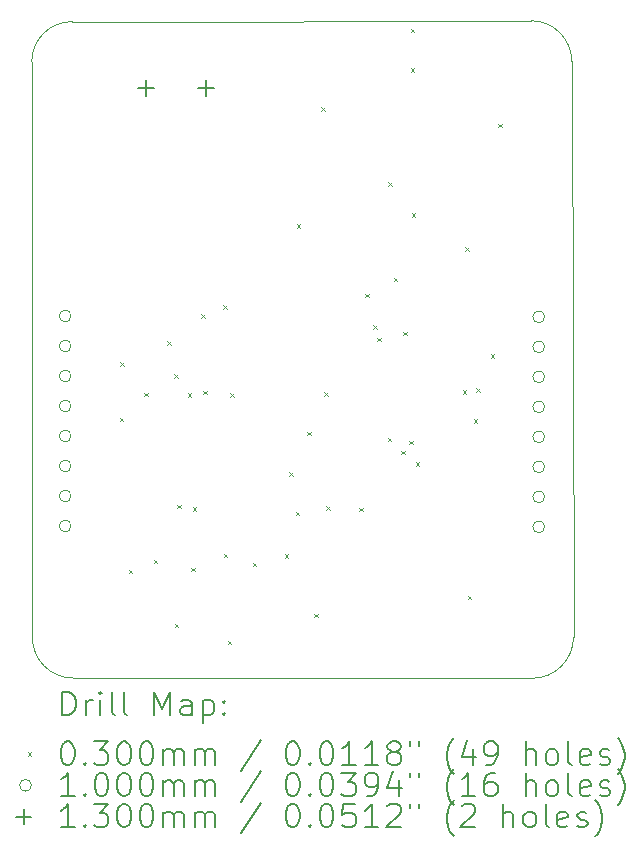
<source format=gbr>
%TF.GenerationSoftware,KiCad,Pcbnew,9.0.5*%
%TF.CreationDate,2025-12-11T22:34:33+05:30*%
%TF.ProjectId,GPS_with_STM32,4750535f-7769-4746-985f-53544d33322e,rev?*%
%TF.SameCoordinates,Original*%
%TF.FileFunction,Drillmap*%
%TF.FilePolarity,Positive*%
%FSLAX45Y45*%
G04 Gerber Fmt 4.5, Leading zero omitted, Abs format (unit mm)*
G04 Created by KiCad (PCBNEW 9.0.5) date 2025-12-11 22:34:33*
%MOMM*%
%LPD*%
G01*
G04 APERTURE LIST*
%ADD10C,0.050000*%
%ADD11C,0.200000*%
%ADD12C,0.100000*%
%ADD13C,0.130000*%
G04 APERTURE END LIST*
D10*
X9960000Y-8723245D02*
G75*
G02*
X9610000Y-9073245I-350000J0D01*
G01*
X5720070Y-9069991D02*
G75*
G02*
X5377500Y-8725000I2430J344991D01*
G01*
X9945000Y-3850000D02*
X9960000Y-8723240D01*
X5372500Y-3855000D02*
G75*
G02*
X5715000Y-3512500I342500J0D01*
G01*
X5715000Y-3512500D02*
X9600000Y-3505000D01*
X9610000Y-9073245D02*
X5720070Y-9069991D01*
X5377500Y-8725000D02*
X5372500Y-3855000D01*
X9600000Y-3505000D02*
G75*
G02*
X9945000Y-3850000I0J-345000D01*
G01*
D11*
D12*
X6117500Y-6867500D02*
X6147500Y-6897500D01*
X6147500Y-6867500D02*
X6117500Y-6897500D01*
X6120000Y-6395000D02*
X6150000Y-6425000D01*
X6150000Y-6395000D02*
X6120000Y-6425000D01*
X6195000Y-8152500D02*
X6225000Y-8182500D01*
X6225000Y-8152500D02*
X6195000Y-8182500D01*
X6325000Y-6655000D02*
X6355000Y-6685000D01*
X6355000Y-6655000D02*
X6325000Y-6685000D01*
X6407500Y-8067500D02*
X6437500Y-8097500D01*
X6437500Y-8067500D02*
X6407500Y-8097500D01*
X6520000Y-6220000D02*
X6550000Y-6250000D01*
X6550000Y-6220000D02*
X6520000Y-6250000D01*
X6577500Y-6497500D02*
X6607500Y-6527500D01*
X6607500Y-6497500D02*
X6577500Y-6527500D01*
X6585000Y-8612500D02*
X6615000Y-8642500D01*
X6615000Y-8612500D02*
X6585000Y-8642500D01*
X6603967Y-7604497D02*
X6633967Y-7634497D01*
X6633967Y-7604497D02*
X6603967Y-7634497D01*
X6695000Y-6660000D02*
X6725000Y-6690000D01*
X6725000Y-6660000D02*
X6695000Y-6690000D01*
X6721250Y-8136250D02*
X6751250Y-8166250D01*
X6751250Y-8136250D02*
X6721250Y-8166250D01*
X6735000Y-7622500D02*
X6765000Y-7652500D01*
X6765000Y-7622500D02*
X6735000Y-7652500D01*
X6809664Y-5990336D02*
X6839664Y-6020336D01*
X6839664Y-5990336D02*
X6809664Y-6020336D01*
X6825000Y-6637500D02*
X6855000Y-6667500D01*
X6855000Y-6637500D02*
X6825000Y-6667500D01*
X6995000Y-5912500D02*
X7025000Y-5942500D01*
X7025000Y-5912500D02*
X6995000Y-5942500D01*
X6997500Y-8018825D02*
X7027500Y-8048825D01*
X7027500Y-8018825D02*
X6997500Y-8048825D01*
X7032500Y-8755000D02*
X7062500Y-8785000D01*
X7062500Y-8755000D02*
X7032500Y-8785000D01*
X7052500Y-6657500D02*
X7082500Y-6687500D01*
X7082500Y-6657500D02*
X7052500Y-6687500D01*
X7243549Y-8096022D02*
X7273549Y-8126022D01*
X7273549Y-8096022D02*
X7243549Y-8126022D01*
X7515000Y-8022500D02*
X7545000Y-8052500D01*
X7545000Y-8022500D02*
X7515000Y-8052500D01*
X7551592Y-7330000D02*
X7581592Y-7360000D01*
X7581592Y-7330000D02*
X7551592Y-7360000D01*
X7608750Y-7663750D02*
X7638750Y-7693750D01*
X7638750Y-7663750D02*
X7608750Y-7693750D01*
X7617500Y-5230000D02*
X7647500Y-5260000D01*
X7647500Y-5230000D02*
X7617500Y-5260000D01*
X7704838Y-6984580D02*
X7734838Y-7014580D01*
X7734838Y-6984580D02*
X7704838Y-7014580D01*
X7762500Y-8527500D02*
X7792500Y-8557500D01*
X7792500Y-8527500D02*
X7762500Y-8557500D01*
X7825000Y-4237603D02*
X7855000Y-4267603D01*
X7855000Y-4237603D02*
X7825000Y-4267603D01*
X7847500Y-6650000D02*
X7877500Y-6680000D01*
X7877500Y-6650000D02*
X7847500Y-6680000D01*
X7867500Y-7617500D02*
X7897500Y-7647500D01*
X7897500Y-7617500D02*
X7867500Y-7647500D01*
X8147500Y-7627500D02*
X8177500Y-7657500D01*
X8177500Y-7627500D02*
X8147500Y-7657500D01*
X8197500Y-5817500D02*
X8227500Y-5847500D01*
X8227500Y-5817500D02*
X8197500Y-5847500D01*
X8265000Y-6082500D02*
X8295000Y-6112500D01*
X8295000Y-6082500D02*
X8265000Y-6112500D01*
X8298750Y-6188750D02*
X8328750Y-6218750D01*
X8328750Y-6188750D02*
X8298750Y-6218750D01*
X8387500Y-7035000D02*
X8417500Y-7065000D01*
X8417500Y-7035000D02*
X8387500Y-7065000D01*
X8392500Y-4872500D02*
X8422500Y-4902500D01*
X8422500Y-4872500D02*
X8392500Y-4902500D01*
X8437500Y-5680000D02*
X8467500Y-5710000D01*
X8467500Y-5680000D02*
X8437500Y-5710000D01*
X8500000Y-7145000D02*
X8530000Y-7175000D01*
X8530000Y-7145000D02*
X8500000Y-7175000D01*
X8520000Y-6137500D02*
X8550000Y-6167500D01*
X8550000Y-6137500D02*
X8520000Y-6167500D01*
X8567500Y-7062500D02*
X8597500Y-7092500D01*
X8597500Y-7062500D02*
X8567500Y-7092500D01*
X8580000Y-3907500D02*
X8610000Y-3937500D01*
X8610000Y-3907500D02*
X8580000Y-3937500D01*
X8580004Y-3571940D02*
X8610004Y-3601940D01*
X8610004Y-3571940D02*
X8580004Y-3601940D01*
X8590000Y-5135000D02*
X8620000Y-5165000D01*
X8620000Y-5135000D02*
X8590000Y-5165000D01*
X8625000Y-7245000D02*
X8655000Y-7275000D01*
X8655000Y-7245000D02*
X8625000Y-7275000D01*
X9022500Y-6632500D02*
X9052500Y-6662500D01*
X9052500Y-6632500D02*
X9022500Y-6662500D01*
X9041034Y-5424989D02*
X9071034Y-5454989D01*
X9071034Y-5424989D02*
X9041034Y-5454989D01*
X9062560Y-8375119D02*
X9092560Y-8405119D01*
X9092560Y-8375119D02*
X9062560Y-8405119D01*
X9115000Y-6877500D02*
X9145000Y-6907500D01*
X9145000Y-6877500D02*
X9115000Y-6907500D01*
X9136250Y-6616250D02*
X9166250Y-6646250D01*
X9166250Y-6616250D02*
X9136250Y-6646250D01*
X9258750Y-6328750D02*
X9288750Y-6358750D01*
X9288750Y-6328750D02*
X9258750Y-6358750D01*
X9322500Y-4377500D02*
X9352500Y-4407500D01*
X9352500Y-4377500D02*
X9322500Y-4407500D01*
X5705645Y-6005336D02*
G75*
G02*
X5605645Y-6005336I-50000J0D01*
G01*
X5605645Y-6005336D02*
G75*
G02*
X5705645Y-6005336I50000J0D01*
G01*
X5705645Y-6259336D02*
G75*
G02*
X5605645Y-6259336I-50000J0D01*
G01*
X5605645Y-6259336D02*
G75*
G02*
X5705645Y-6259336I50000J0D01*
G01*
X5705645Y-6513336D02*
G75*
G02*
X5605645Y-6513336I-50000J0D01*
G01*
X5605645Y-6513336D02*
G75*
G02*
X5705645Y-6513336I50000J0D01*
G01*
X5705645Y-6767336D02*
G75*
G02*
X5605645Y-6767336I-50000J0D01*
G01*
X5605645Y-6767336D02*
G75*
G02*
X5705645Y-6767336I50000J0D01*
G01*
X5705645Y-7021336D02*
G75*
G02*
X5605645Y-7021336I-50000J0D01*
G01*
X5605645Y-7021336D02*
G75*
G02*
X5705645Y-7021336I50000J0D01*
G01*
X5705645Y-7275336D02*
G75*
G02*
X5605645Y-7275336I-50000J0D01*
G01*
X5605645Y-7275336D02*
G75*
G02*
X5705645Y-7275336I50000J0D01*
G01*
X5705645Y-7529336D02*
G75*
G02*
X5605645Y-7529336I-50000J0D01*
G01*
X5605645Y-7529336D02*
G75*
G02*
X5705645Y-7529336I50000J0D01*
G01*
X5705645Y-7783336D02*
G75*
G02*
X5605645Y-7783336I-50000J0D01*
G01*
X5605645Y-7783336D02*
G75*
G02*
X5705645Y-7783336I50000J0D01*
G01*
X9715651Y-6012359D02*
G75*
G02*
X9615651Y-6012359I-50000J0D01*
G01*
X9615651Y-6012359D02*
G75*
G02*
X9715651Y-6012359I50000J0D01*
G01*
X9715651Y-6266359D02*
G75*
G02*
X9615651Y-6266359I-50000J0D01*
G01*
X9615651Y-6266359D02*
G75*
G02*
X9715651Y-6266359I50000J0D01*
G01*
X9715651Y-6520359D02*
G75*
G02*
X9615651Y-6520359I-50000J0D01*
G01*
X9615651Y-6520359D02*
G75*
G02*
X9715651Y-6520359I50000J0D01*
G01*
X9715651Y-6774359D02*
G75*
G02*
X9615651Y-6774359I-50000J0D01*
G01*
X9615651Y-6774359D02*
G75*
G02*
X9715651Y-6774359I50000J0D01*
G01*
X9715651Y-7028359D02*
G75*
G02*
X9615651Y-7028359I-50000J0D01*
G01*
X9615651Y-7028359D02*
G75*
G02*
X9715651Y-7028359I50000J0D01*
G01*
X9715651Y-7282359D02*
G75*
G02*
X9615651Y-7282359I-50000J0D01*
G01*
X9615651Y-7282359D02*
G75*
G02*
X9715651Y-7282359I50000J0D01*
G01*
X9715651Y-7536359D02*
G75*
G02*
X9615651Y-7536359I-50000J0D01*
G01*
X9615651Y-7536359D02*
G75*
G02*
X9715651Y-7536359I50000J0D01*
G01*
X9715651Y-7790359D02*
G75*
G02*
X9615651Y-7790359I-50000J0D01*
G01*
X9615651Y-7790359D02*
G75*
G02*
X9715651Y-7790359I50000J0D01*
G01*
D13*
X6338965Y-4010353D02*
X6338965Y-4140353D01*
X6273965Y-4075353D02*
X6403965Y-4075353D01*
X6846965Y-4010353D02*
X6846965Y-4140353D01*
X6781965Y-4075353D02*
X6911965Y-4075353D01*
D11*
X5630777Y-9387229D02*
X5630777Y-9187229D01*
X5630777Y-9187229D02*
X5678396Y-9187229D01*
X5678396Y-9187229D02*
X5706967Y-9196753D01*
X5706967Y-9196753D02*
X5726015Y-9215800D01*
X5726015Y-9215800D02*
X5735539Y-9234848D01*
X5735539Y-9234848D02*
X5745062Y-9272943D01*
X5745062Y-9272943D02*
X5745062Y-9301515D01*
X5745062Y-9301515D02*
X5735539Y-9339610D01*
X5735539Y-9339610D02*
X5726015Y-9358657D01*
X5726015Y-9358657D02*
X5706967Y-9377705D01*
X5706967Y-9377705D02*
X5678396Y-9387229D01*
X5678396Y-9387229D02*
X5630777Y-9387229D01*
X5830777Y-9387229D02*
X5830777Y-9253895D01*
X5830777Y-9291991D02*
X5840301Y-9272943D01*
X5840301Y-9272943D02*
X5849824Y-9263419D01*
X5849824Y-9263419D02*
X5868872Y-9253895D01*
X5868872Y-9253895D02*
X5887920Y-9253895D01*
X5954586Y-9387229D02*
X5954586Y-9253895D01*
X5954586Y-9187229D02*
X5945062Y-9196753D01*
X5945062Y-9196753D02*
X5954586Y-9206276D01*
X5954586Y-9206276D02*
X5964110Y-9196753D01*
X5964110Y-9196753D02*
X5954586Y-9187229D01*
X5954586Y-9187229D02*
X5954586Y-9206276D01*
X6078396Y-9387229D02*
X6059348Y-9377705D01*
X6059348Y-9377705D02*
X6049824Y-9358657D01*
X6049824Y-9358657D02*
X6049824Y-9187229D01*
X6183158Y-9387229D02*
X6164110Y-9377705D01*
X6164110Y-9377705D02*
X6154586Y-9358657D01*
X6154586Y-9358657D02*
X6154586Y-9187229D01*
X6411729Y-9387229D02*
X6411729Y-9187229D01*
X6411729Y-9187229D02*
X6478396Y-9330086D01*
X6478396Y-9330086D02*
X6545062Y-9187229D01*
X6545062Y-9187229D02*
X6545062Y-9387229D01*
X6726015Y-9387229D02*
X6726015Y-9282467D01*
X6726015Y-9282467D02*
X6716491Y-9263419D01*
X6716491Y-9263419D02*
X6697443Y-9253895D01*
X6697443Y-9253895D02*
X6659348Y-9253895D01*
X6659348Y-9253895D02*
X6640301Y-9263419D01*
X6726015Y-9377705D02*
X6706967Y-9387229D01*
X6706967Y-9387229D02*
X6659348Y-9387229D01*
X6659348Y-9387229D02*
X6640301Y-9377705D01*
X6640301Y-9377705D02*
X6630777Y-9358657D01*
X6630777Y-9358657D02*
X6630777Y-9339610D01*
X6630777Y-9339610D02*
X6640301Y-9320562D01*
X6640301Y-9320562D02*
X6659348Y-9311038D01*
X6659348Y-9311038D02*
X6706967Y-9311038D01*
X6706967Y-9311038D02*
X6726015Y-9301515D01*
X6821253Y-9253895D02*
X6821253Y-9453895D01*
X6821253Y-9263419D02*
X6840301Y-9253895D01*
X6840301Y-9253895D02*
X6878396Y-9253895D01*
X6878396Y-9253895D02*
X6897443Y-9263419D01*
X6897443Y-9263419D02*
X6906967Y-9272943D01*
X6906967Y-9272943D02*
X6916491Y-9291991D01*
X6916491Y-9291991D02*
X6916491Y-9349134D01*
X6916491Y-9349134D02*
X6906967Y-9368181D01*
X6906967Y-9368181D02*
X6897443Y-9377705D01*
X6897443Y-9377705D02*
X6878396Y-9387229D01*
X6878396Y-9387229D02*
X6840301Y-9387229D01*
X6840301Y-9387229D02*
X6821253Y-9377705D01*
X7002205Y-9368181D02*
X7011729Y-9377705D01*
X7011729Y-9377705D02*
X7002205Y-9387229D01*
X7002205Y-9387229D02*
X6992682Y-9377705D01*
X6992682Y-9377705D02*
X7002205Y-9368181D01*
X7002205Y-9368181D02*
X7002205Y-9387229D01*
X7002205Y-9263419D02*
X7011729Y-9272943D01*
X7011729Y-9272943D02*
X7002205Y-9282467D01*
X7002205Y-9282467D02*
X6992682Y-9272943D01*
X6992682Y-9272943D02*
X7002205Y-9263419D01*
X7002205Y-9263419D02*
X7002205Y-9282467D01*
D12*
X5340000Y-9700745D02*
X5370000Y-9730745D01*
X5370000Y-9700745D02*
X5340000Y-9730745D01*
D11*
X5668872Y-9607229D02*
X5687920Y-9607229D01*
X5687920Y-9607229D02*
X5706967Y-9616753D01*
X5706967Y-9616753D02*
X5716491Y-9626276D01*
X5716491Y-9626276D02*
X5726015Y-9645324D01*
X5726015Y-9645324D02*
X5735539Y-9683419D01*
X5735539Y-9683419D02*
X5735539Y-9731038D01*
X5735539Y-9731038D02*
X5726015Y-9769134D01*
X5726015Y-9769134D02*
X5716491Y-9788181D01*
X5716491Y-9788181D02*
X5706967Y-9797705D01*
X5706967Y-9797705D02*
X5687920Y-9807229D01*
X5687920Y-9807229D02*
X5668872Y-9807229D01*
X5668872Y-9807229D02*
X5649824Y-9797705D01*
X5649824Y-9797705D02*
X5640301Y-9788181D01*
X5640301Y-9788181D02*
X5630777Y-9769134D01*
X5630777Y-9769134D02*
X5621253Y-9731038D01*
X5621253Y-9731038D02*
X5621253Y-9683419D01*
X5621253Y-9683419D02*
X5630777Y-9645324D01*
X5630777Y-9645324D02*
X5640301Y-9626276D01*
X5640301Y-9626276D02*
X5649824Y-9616753D01*
X5649824Y-9616753D02*
X5668872Y-9607229D01*
X5821253Y-9788181D02*
X5830777Y-9797705D01*
X5830777Y-9797705D02*
X5821253Y-9807229D01*
X5821253Y-9807229D02*
X5811729Y-9797705D01*
X5811729Y-9797705D02*
X5821253Y-9788181D01*
X5821253Y-9788181D02*
X5821253Y-9807229D01*
X5897443Y-9607229D02*
X6021253Y-9607229D01*
X6021253Y-9607229D02*
X5954586Y-9683419D01*
X5954586Y-9683419D02*
X5983158Y-9683419D01*
X5983158Y-9683419D02*
X6002205Y-9692943D01*
X6002205Y-9692943D02*
X6011729Y-9702467D01*
X6011729Y-9702467D02*
X6021253Y-9721515D01*
X6021253Y-9721515D02*
X6021253Y-9769134D01*
X6021253Y-9769134D02*
X6011729Y-9788181D01*
X6011729Y-9788181D02*
X6002205Y-9797705D01*
X6002205Y-9797705D02*
X5983158Y-9807229D01*
X5983158Y-9807229D02*
X5926015Y-9807229D01*
X5926015Y-9807229D02*
X5906967Y-9797705D01*
X5906967Y-9797705D02*
X5897443Y-9788181D01*
X6145062Y-9607229D02*
X6164110Y-9607229D01*
X6164110Y-9607229D02*
X6183158Y-9616753D01*
X6183158Y-9616753D02*
X6192682Y-9626276D01*
X6192682Y-9626276D02*
X6202205Y-9645324D01*
X6202205Y-9645324D02*
X6211729Y-9683419D01*
X6211729Y-9683419D02*
X6211729Y-9731038D01*
X6211729Y-9731038D02*
X6202205Y-9769134D01*
X6202205Y-9769134D02*
X6192682Y-9788181D01*
X6192682Y-9788181D02*
X6183158Y-9797705D01*
X6183158Y-9797705D02*
X6164110Y-9807229D01*
X6164110Y-9807229D02*
X6145062Y-9807229D01*
X6145062Y-9807229D02*
X6126015Y-9797705D01*
X6126015Y-9797705D02*
X6116491Y-9788181D01*
X6116491Y-9788181D02*
X6106967Y-9769134D01*
X6106967Y-9769134D02*
X6097443Y-9731038D01*
X6097443Y-9731038D02*
X6097443Y-9683419D01*
X6097443Y-9683419D02*
X6106967Y-9645324D01*
X6106967Y-9645324D02*
X6116491Y-9626276D01*
X6116491Y-9626276D02*
X6126015Y-9616753D01*
X6126015Y-9616753D02*
X6145062Y-9607229D01*
X6335539Y-9607229D02*
X6354586Y-9607229D01*
X6354586Y-9607229D02*
X6373634Y-9616753D01*
X6373634Y-9616753D02*
X6383158Y-9626276D01*
X6383158Y-9626276D02*
X6392682Y-9645324D01*
X6392682Y-9645324D02*
X6402205Y-9683419D01*
X6402205Y-9683419D02*
X6402205Y-9731038D01*
X6402205Y-9731038D02*
X6392682Y-9769134D01*
X6392682Y-9769134D02*
X6383158Y-9788181D01*
X6383158Y-9788181D02*
X6373634Y-9797705D01*
X6373634Y-9797705D02*
X6354586Y-9807229D01*
X6354586Y-9807229D02*
X6335539Y-9807229D01*
X6335539Y-9807229D02*
X6316491Y-9797705D01*
X6316491Y-9797705D02*
X6306967Y-9788181D01*
X6306967Y-9788181D02*
X6297443Y-9769134D01*
X6297443Y-9769134D02*
X6287920Y-9731038D01*
X6287920Y-9731038D02*
X6287920Y-9683419D01*
X6287920Y-9683419D02*
X6297443Y-9645324D01*
X6297443Y-9645324D02*
X6306967Y-9626276D01*
X6306967Y-9626276D02*
X6316491Y-9616753D01*
X6316491Y-9616753D02*
X6335539Y-9607229D01*
X6487920Y-9807229D02*
X6487920Y-9673895D01*
X6487920Y-9692943D02*
X6497443Y-9683419D01*
X6497443Y-9683419D02*
X6516491Y-9673895D01*
X6516491Y-9673895D02*
X6545063Y-9673895D01*
X6545063Y-9673895D02*
X6564110Y-9683419D01*
X6564110Y-9683419D02*
X6573634Y-9702467D01*
X6573634Y-9702467D02*
X6573634Y-9807229D01*
X6573634Y-9702467D02*
X6583158Y-9683419D01*
X6583158Y-9683419D02*
X6602205Y-9673895D01*
X6602205Y-9673895D02*
X6630777Y-9673895D01*
X6630777Y-9673895D02*
X6649824Y-9683419D01*
X6649824Y-9683419D02*
X6659348Y-9702467D01*
X6659348Y-9702467D02*
X6659348Y-9807229D01*
X6754586Y-9807229D02*
X6754586Y-9673895D01*
X6754586Y-9692943D02*
X6764110Y-9683419D01*
X6764110Y-9683419D02*
X6783158Y-9673895D01*
X6783158Y-9673895D02*
X6811729Y-9673895D01*
X6811729Y-9673895D02*
X6830777Y-9683419D01*
X6830777Y-9683419D02*
X6840301Y-9702467D01*
X6840301Y-9702467D02*
X6840301Y-9807229D01*
X6840301Y-9702467D02*
X6849824Y-9683419D01*
X6849824Y-9683419D02*
X6868872Y-9673895D01*
X6868872Y-9673895D02*
X6897443Y-9673895D01*
X6897443Y-9673895D02*
X6916491Y-9683419D01*
X6916491Y-9683419D02*
X6926015Y-9702467D01*
X6926015Y-9702467D02*
X6926015Y-9807229D01*
X7316491Y-9597705D02*
X7145063Y-9854848D01*
X7573634Y-9607229D02*
X7592682Y-9607229D01*
X7592682Y-9607229D02*
X7611729Y-9616753D01*
X7611729Y-9616753D02*
X7621253Y-9626276D01*
X7621253Y-9626276D02*
X7630777Y-9645324D01*
X7630777Y-9645324D02*
X7640301Y-9683419D01*
X7640301Y-9683419D02*
X7640301Y-9731038D01*
X7640301Y-9731038D02*
X7630777Y-9769134D01*
X7630777Y-9769134D02*
X7621253Y-9788181D01*
X7621253Y-9788181D02*
X7611729Y-9797705D01*
X7611729Y-9797705D02*
X7592682Y-9807229D01*
X7592682Y-9807229D02*
X7573634Y-9807229D01*
X7573634Y-9807229D02*
X7554586Y-9797705D01*
X7554586Y-9797705D02*
X7545063Y-9788181D01*
X7545063Y-9788181D02*
X7535539Y-9769134D01*
X7535539Y-9769134D02*
X7526015Y-9731038D01*
X7526015Y-9731038D02*
X7526015Y-9683419D01*
X7526015Y-9683419D02*
X7535539Y-9645324D01*
X7535539Y-9645324D02*
X7545063Y-9626276D01*
X7545063Y-9626276D02*
X7554586Y-9616753D01*
X7554586Y-9616753D02*
X7573634Y-9607229D01*
X7726015Y-9788181D02*
X7735539Y-9797705D01*
X7735539Y-9797705D02*
X7726015Y-9807229D01*
X7726015Y-9807229D02*
X7716491Y-9797705D01*
X7716491Y-9797705D02*
X7726015Y-9788181D01*
X7726015Y-9788181D02*
X7726015Y-9807229D01*
X7859348Y-9607229D02*
X7878396Y-9607229D01*
X7878396Y-9607229D02*
X7897444Y-9616753D01*
X7897444Y-9616753D02*
X7906967Y-9626276D01*
X7906967Y-9626276D02*
X7916491Y-9645324D01*
X7916491Y-9645324D02*
X7926015Y-9683419D01*
X7926015Y-9683419D02*
X7926015Y-9731038D01*
X7926015Y-9731038D02*
X7916491Y-9769134D01*
X7916491Y-9769134D02*
X7906967Y-9788181D01*
X7906967Y-9788181D02*
X7897444Y-9797705D01*
X7897444Y-9797705D02*
X7878396Y-9807229D01*
X7878396Y-9807229D02*
X7859348Y-9807229D01*
X7859348Y-9807229D02*
X7840301Y-9797705D01*
X7840301Y-9797705D02*
X7830777Y-9788181D01*
X7830777Y-9788181D02*
X7821253Y-9769134D01*
X7821253Y-9769134D02*
X7811729Y-9731038D01*
X7811729Y-9731038D02*
X7811729Y-9683419D01*
X7811729Y-9683419D02*
X7821253Y-9645324D01*
X7821253Y-9645324D02*
X7830777Y-9626276D01*
X7830777Y-9626276D02*
X7840301Y-9616753D01*
X7840301Y-9616753D02*
X7859348Y-9607229D01*
X8116491Y-9807229D02*
X8002206Y-9807229D01*
X8059348Y-9807229D02*
X8059348Y-9607229D01*
X8059348Y-9607229D02*
X8040301Y-9635800D01*
X8040301Y-9635800D02*
X8021253Y-9654848D01*
X8021253Y-9654848D02*
X8002206Y-9664372D01*
X8306967Y-9807229D02*
X8192682Y-9807229D01*
X8249825Y-9807229D02*
X8249825Y-9607229D01*
X8249825Y-9607229D02*
X8230777Y-9635800D01*
X8230777Y-9635800D02*
X8211729Y-9654848D01*
X8211729Y-9654848D02*
X8192682Y-9664372D01*
X8421253Y-9692943D02*
X8402206Y-9683419D01*
X8402206Y-9683419D02*
X8392682Y-9673895D01*
X8392682Y-9673895D02*
X8383158Y-9654848D01*
X8383158Y-9654848D02*
X8383158Y-9645324D01*
X8383158Y-9645324D02*
X8392682Y-9626276D01*
X8392682Y-9626276D02*
X8402206Y-9616753D01*
X8402206Y-9616753D02*
X8421253Y-9607229D01*
X8421253Y-9607229D02*
X8459349Y-9607229D01*
X8459349Y-9607229D02*
X8478396Y-9616753D01*
X8478396Y-9616753D02*
X8487920Y-9626276D01*
X8487920Y-9626276D02*
X8497444Y-9645324D01*
X8497444Y-9645324D02*
X8497444Y-9654848D01*
X8497444Y-9654848D02*
X8487920Y-9673895D01*
X8487920Y-9673895D02*
X8478396Y-9683419D01*
X8478396Y-9683419D02*
X8459349Y-9692943D01*
X8459349Y-9692943D02*
X8421253Y-9692943D01*
X8421253Y-9692943D02*
X8402206Y-9702467D01*
X8402206Y-9702467D02*
X8392682Y-9711991D01*
X8392682Y-9711991D02*
X8383158Y-9731038D01*
X8383158Y-9731038D02*
X8383158Y-9769134D01*
X8383158Y-9769134D02*
X8392682Y-9788181D01*
X8392682Y-9788181D02*
X8402206Y-9797705D01*
X8402206Y-9797705D02*
X8421253Y-9807229D01*
X8421253Y-9807229D02*
X8459349Y-9807229D01*
X8459349Y-9807229D02*
X8478396Y-9797705D01*
X8478396Y-9797705D02*
X8487920Y-9788181D01*
X8487920Y-9788181D02*
X8497444Y-9769134D01*
X8497444Y-9769134D02*
X8497444Y-9731038D01*
X8497444Y-9731038D02*
X8487920Y-9711991D01*
X8487920Y-9711991D02*
X8478396Y-9702467D01*
X8478396Y-9702467D02*
X8459349Y-9692943D01*
X8573634Y-9607229D02*
X8573634Y-9645324D01*
X8649825Y-9607229D02*
X8649825Y-9645324D01*
X8945063Y-9883419D02*
X8935539Y-9873895D01*
X8935539Y-9873895D02*
X8916491Y-9845324D01*
X8916491Y-9845324D02*
X8906968Y-9826276D01*
X8906968Y-9826276D02*
X8897444Y-9797705D01*
X8897444Y-9797705D02*
X8887920Y-9750086D01*
X8887920Y-9750086D02*
X8887920Y-9711991D01*
X8887920Y-9711991D02*
X8897444Y-9664372D01*
X8897444Y-9664372D02*
X8906968Y-9635800D01*
X8906968Y-9635800D02*
X8916491Y-9616753D01*
X8916491Y-9616753D02*
X8935539Y-9588181D01*
X8935539Y-9588181D02*
X8945063Y-9578657D01*
X9106968Y-9673895D02*
X9106968Y-9807229D01*
X9059349Y-9597705D02*
X9011730Y-9740562D01*
X9011730Y-9740562D02*
X9135539Y-9740562D01*
X9221253Y-9807229D02*
X9259349Y-9807229D01*
X9259349Y-9807229D02*
X9278396Y-9797705D01*
X9278396Y-9797705D02*
X9287920Y-9788181D01*
X9287920Y-9788181D02*
X9306968Y-9759610D01*
X9306968Y-9759610D02*
X9316491Y-9721515D01*
X9316491Y-9721515D02*
X9316491Y-9645324D01*
X9316491Y-9645324D02*
X9306968Y-9626276D01*
X9306968Y-9626276D02*
X9297444Y-9616753D01*
X9297444Y-9616753D02*
X9278396Y-9607229D01*
X9278396Y-9607229D02*
X9240301Y-9607229D01*
X9240301Y-9607229D02*
X9221253Y-9616753D01*
X9221253Y-9616753D02*
X9211730Y-9626276D01*
X9211730Y-9626276D02*
X9202206Y-9645324D01*
X9202206Y-9645324D02*
X9202206Y-9692943D01*
X9202206Y-9692943D02*
X9211730Y-9711991D01*
X9211730Y-9711991D02*
X9221253Y-9721515D01*
X9221253Y-9721515D02*
X9240301Y-9731038D01*
X9240301Y-9731038D02*
X9278396Y-9731038D01*
X9278396Y-9731038D02*
X9297444Y-9721515D01*
X9297444Y-9721515D02*
X9306968Y-9711991D01*
X9306968Y-9711991D02*
X9316491Y-9692943D01*
X9554587Y-9807229D02*
X9554587Y-9607229D01*
X9640301Y-9807229D02*
X9640301Y-9702467D01*
X9640301Y-9702467D02*
X9630777Y-9683419D01*
X9630777Y-9683419D02*
X9611730Y-9673895D01*
X9611730Y-9673895D02*
X9583158Y-9673895D01*
X9583158Y-9673895D02*
X9564111Y-9683419D01*
X9564111Y-9683419D02*
X9554587Y-9692943D01*
X9764111Y-9807229D02*
X9745063Y-9797705D01*
X9745063Y-9797705D02*
X9735539Y-9788181D01*
X9735539Y-9788181D02*
X9726015Y-9769134D01*
X9726015Y-9769134D02*
X9726015Y-9711991D01*
X9726015Y-9711991D02*
X9735539Y-9692943D01*
X9735539Y-9692943D02*
X9745063Y-9683419D01*
X9745063Y-9683419D02*
X9764111Y-9673895D01*
X9764111Y-9673895D02*
X9792682Y-9673895D01*
X9792682Y-9673895D02*
X9811730Y-9683419D01*
X9811730Y-9683419D02*
X9821253Y-9692943D01*
X9821253Y-9692943D02*
X9830777Y-9711991D01*
X9830777Y-9711991D02*
X9830777Y-9769134D01*
X9830777Y-9769134D02*
X9821253Y-9788181D01*
X9821253Y-9788181D02*
X9811730Y-9797705D01*
X9811730Y-9797705D02*
X9792682Y-9807229D01*
X9792682Y-9807229D02*
X9764111Y-9807229D01*
X9945063Y-9807229D02*
X9926015Y-9797705D01*
X9926015Y-9797705D02*
X9916492Y-9778657D01*
X9916492Y-9778657D02*
X9916492Y-9607229D01*
X10097444Y-9797705D02*
X10078396Y-9807229D01*
X10078396Y-9807229D02*
X10040301Y-9807229D01*
X10040301Y-9807229D02*
X10021253Y-9797705D01*
X10021253Y-9797705D02*
X10011730Y-9778657D01*
X10011730Y-9778657D02*
X10011730Y-9702467D01*
X10011730Y-9702467D02*
X10021253Y-9683419D01*
X10021253Y-9683419D02*
X10040301Y-9673895D01*
X10040301Y-9673895D02*
X10078396Y-9673895D01*
X10078396Y-9673895D02*
X10097444Y-9683419D01*
X10097444Y-9683419D02*
X10106968Y-9702467D01*
X10106968Y-9702467D02*
X10106968Y-9721515D01*
X10106968Y-9721515D02*
X10011730Y-9740562D01*
X10183158Y-9797705D02*
X10202206Y-9807229D01*
X10202206Y-9807229D02*
X10240301Y-9807229D01*
X10240301Y-9807229D02*
X10259349Y-9797705D01*
X10259349Y-9797705D02*
X10268873Y-9778657D01*
X10268873Y-9778657D02*
X10268873Y-9769134D01*
X10268873Y-9769134D02*
X10259349Y-9750086D01*
X10259349Y-9750086D02*
X10240301Y-9740562D01*
X10240301Y-9740562D02*
X10211730Y-9740562D01*
X10211730Y-9740562D02*
X10192682Y-9731038D01*
X10192682Y-9731038D02*
X10183158Y-9711991D01*
X10183158Y-9711991D02*
X10183158Y-9702467D01*
X10183158Y-9702467D02*
X10192682Y-9683419D01*
X10192682Y-9683419D02*
X10211730Y-9673895D01*
X10211730Y-9673895D02*
X10240301Y-9673895D01*
X10240301Y-9673895D02*
X10259349Y-9683419D01*
X10335539Y-9883419D02*
X10345063Y-9873895D01*
X10345063Y-9873895D02*
X10364111Y-9845324D01*
X10364111Y-9845324D02*
X10373634Y-9826276D01*
X10373634Y-9826276D02*
X10383158Y-9797705D01*
X10383158Y-9797705D02*
X10392682Y-9750086D01*
X10392682Y-9750086D02*
X10392682Y-9711991D01*
X10392682Y-9711991D02*
X10383158Y-9664372D01*
X10383158Y-9664372D02*
X10373634Y-9635800D01*
X10373634Y-9635800D02*
X10364111Y-9616753D01*
X10364111Y-9616753D02*
X10345063Y-9588181D01*
X10345063Y-9588181D02*
X10335539Y-9578657D01*
D12*
X5370000Y-9979745D02*
G75*
G02*
X5270000Y-9979745I-50000J0D01*
G01*
X5270000Y-9979745D02*
G75*
G02*
X5370000Y-9979745I50000J0D01*
G01*
D11*
X5735539Y-10071229D02*
X5621253Y-10071229D01*
X5678396Y-10071229D02*
X5678396Y-9871229D01*
X5678396Y-9871229D02*
X5659348Y-9899800D01*
X5659348Y-9899800D02*
X5640301Y-9918848D01*
X5640301Y-9918848D02*
X5621253Y-9928372D01*
X5821253Y-10052181D02*
X5830777Y-10061705D01*
X5830777Y-10061705D02*
X5821253Y-10071229D01*
X5821253Y-10071229D02*
X5811729Y-10061705D01*
X5811729Y-10061705D02*
X5821253Y-10052181D01*
X5821253Y-10052181D02*
X5821253Y-10071229D01*
X5954586Y-9871229D02*
X5973634Y-9871229D01*
X5973634Y-9871229D02*
X5992682Y-9880753D01*
X5992682Y-9880753D02*
X6002205Y-9890276D01*
X6002205Y-9890276D02*
X6011729Y-9909324D01*
X6011729Y-9909324D02*
X6021253Y-9947419D01*
X6021253Y-9947419D02*
X6021253Y-9995038D01*
X6021253Y-9995038D02*
X6011729Y-10033134D01*
X6011729Y-10033134D02*
X6002205Y-10052181D01*
X6002205Y-10052181D02*
X5992682Y-10061705D01*
X5992682Y-10061705D02*
X5973634Y-10071229D01*
X5973634Y-10071229D02*
X5954586Y-10071229D01*
X5954586Y-10071229D02*
X5935539Y-10061705D01*
X5935539Y-10061705D02*
X5926015Y-10052181D01*
X5926015Y-10052181D02*
X5916491Y-10033134D01*
X5916491Y-10033134D02*
X5906967Y-9995038D01*
X5906967Y-9995038D02*
X5906967Y-9947419D01*
X5906967Y-9947419D02*
X5916491Y-9909324D01*
X5916491Y-9909324D02*
X5926015Y-9890276D01*
X5926015Y-9890276D02*
X5935539Y-9880753D01*
X5935539Y-9880753D02*
X5954586Y-9871229D01*
X6145062Y-9871229D02*
X6164110Y-9871229D01*
X6164110Y-9871229D02*
X6183158Y-9880753D01*
X6183158Y-9880753D02*
X6192682Y-9890276D01*
X6192682Y-9890276D02*
X6202205Y-9909324D01*
X6202205Y-9909324D02*
X6211729Y-9947419D01*
X6211729Y-9947419D02*
X6211729Y-9995038D01*
X6211729Y-9995038D02*
X6202205Y-10033134D01*
X6202205Y-10033134D02*
X6192682Y-10052181D01*
X6192682Y-10052181D02*
X6183158Y-10061705D01*
X6183158Y-10061705D02*
X6164110Y-10071229D01*
X6164110Y-10071229D02*
X6145062Y-10071229D01*
X6145062Y-10071229D02*
X6126015Y-10061705D01*
X6126015Y-10061705D02*
X6116491Y-10052181D01*
X6116491Y-10052181D02*
X6106967Y-10033134D01*
X6106967Y-10033134D02*
X6097443Y-9995038D01*
X6097443Y-9995038D02*
X6097443Y-9947419D01*
X6097443Y-9947419D02*
X6106967Y-9909324D01*
X6106967Y-9909324D02*
X6116491Y-9890276D01*
X6116491Y-9890276D02*
X6126015Y-9880753D01*
X6126015Y-9880753D02*
X6145062Y-9871229D01*
X6335539Y-9871229D02*
X6354586Y-9871229D01*
X6354586Y-9871229D02*
X6373634Y-9880753D01*
X6373634Y-9880753D02*
X6383158Y-9890276D01*
X6383158Y-9890276D02*
X6392682Y-9909324D01*
X6392682Y-9909324D02*
X6402205Y-9947419D01*
X6402205Y-9947419D02*
X6402205Y-9995038D01*
X6402205Y-9995038D02*
X6392682Y-10033134D01*
X6392682Y-10033134D02*
X6383158Y-10052181D01*
X6383158Y-10052181D02*
X6373634Y-10061705D01*
X6373634Y-10061705D02*
X6354586Y-10071229D01*
X6354586Y-10071229D02*
X6335539Y-10071229D01*
X6335539Y-10071229D02*
X6316491Y-10061705D01*
X6316491Y-10061705D02*
X6306967Y-10052181D01*
X6306967Y-10052181D02*
X6297443Y-10033134D01*
X6297443Y-10033134D02*
X6287920Y-9995038D01*
X6287920Y-9995038D02*
X6287920Y-9947419D01*
X6287920Y-9947419D02*
X6297443Y-9909324D01*
X6297443Y-9909324D02*
X6306967Y-9890276D01*
X6306967Y-9890276D02*
X6316491Y-9880753D01*
X6316491Y-9880753D02*
X6335539Y-9871229D01*
X6487920Y-10071229D02*
X6487920Y-9937895D01*
X6487920Y-9956943D02*
X6497443Y-9947419D01*
X6497443Y-9947419D02*
X6516491Y-9937895D01*
X6516491Y-9937895D02*
X6545063Y-9937895D01*
X6545063Y-9937895D02*
X6564110Y-9947419D01*
X6564110Y-9947419D02*
X6573634Y-9966467D01*
X6573634Y-9966467D02*
X6573634Y-10071229D01*
X6573634Y-9966467D02*
X6583158Y-9947419D01*
X6583158Y-9947419D02*
X6602205Y-9937895D01*
X6602205Y-9937895D02*
X6630777Y-9937895D01*
X6630777Y-9937895D02*
X6649824Y-9947419D01*
X6649824Y-9947419D02*
X6659348Y-9966467D01*
X6659348Y-9966467D02*
X6659348Y-10071229D01*
X6754586Y-10071229D02*
X6754586Y-9937895D01*
X6754586Y-9956943D02*
X6764110Y-9947419D01*
X6764110Y-9947419D02*
X6783158Y-9937895D01*
X6783158Y-9937895D02*
X6811729Y-9937895D01*
X6811729Y-9937895D02*
X6830777Y-9947419D01*
X6830777Y-9947419D02*
X6840301Y-9966467D01*
X6840301Y-9966467D02*
X6840301Y-10071229D01*
X6840301Y-9966467D02*
X6849824Y-9947419D01*
X6849824Y-9947419D02*
X6868872Y-9937895D01*
X6868872Y-9937895D02*
X6897443Y-9937895D01*
X6897443Y-9937895D02*
X6916491Y-9947419D01*
X6916491Y-9947419D02*
X6926015Y-9966467D01*
X6926015Y-9966467D02*
X6926015Y-10071229D01*
X7316491Y-9861705D02*
X7145063Y-10118848D01*
X7573634Y-9871229D02*
X7592682Y-9871229D01*
X7592682Y-9871229D02*
X7611729Y-9880753D01*
X7611729Y-9880753D02*
X7621253Y-9890276D01*
X7621253Y-9890276D02*
X7630777Y-9909324D01*
X7630777Y-9909324D02*
X7640301Y-9947419D01*
X7640301Y-9947419D02*
X7640301Y-9995038D01*
X7640301Y-9995038D02*
X7630777Y-10033134D01*
X7630777Y-10033134D02*
X7621253Y-10052181D01*
X7621253Y-10052181D02*
X7611729Y-10061705D01*
X7611729Y-10061705D02*
X7592682Y-10071229D01*
X7592682Y-10071229D02*
X7573634Y-10071229D01*
X7573634Y-10071229D02*
X7554586Y-10061705D01*
X7554586Y-10061705D02*
X7545063Y-10052181D01*
X7545063Y-10052181D02*
X7535539Y-10033134D01*
X7535539Y-10033134D02*
X7526015Y-9995038D01*
X7526015Y-9995038D02*
X7526015Y-9947419D01*
X7526015Y-9947419D02*
X7535539Y-9909324D01*
X7535539Y-9909324D02*
X7545063Y-9890276D01*
X7545063Y-9890276D02*
X7554586Y-9880753D01*
X7554586Y-9880753D02*
X7573634Y-9871229D01*
X7726015Y-10052181D02*
X7735539Y-10061705D01*
X7735539Y-10061705D02*
X7726015Y-10071229D01*
X7726015Y-10071229D02*
X7716491Y-10061705D01*
X7716491Y-10061705D02*
X7726015Y-10052181D01*
X7726015Y-10052181D02*
X7726015Y-10071229D01*
X7859348Y-9871229D02*
X7878396Y-9871229D01*
X7878396Y-9871229D02*
X7897444Y-9880753D01*
X7897444Y-9880753D02*
X7906967Y-9890276D01*
X7906967Y-9890276D02*
X7916491Y-9909324D01*
X7916491Y-9909324D02*
X7926015Y-9947419D01*
X7926015Y-9947419D02*
X7926015Y-9995038D01*
X7926015Y-9995038D02*
X7916491Y-10033134D01*
X7916491Y-10033134D02*
X7906967Y-10052181D01*
X7906967Y-10052181D02*
X7897444Y-10061705D01*
X7897444Y-10061705D02*
X7878396Y-10071229D01*
X7878396Y-10071229D02*
X7859348Y-10071229D01*
X7859348Y-10071229D02*
X7840301Y-10061705D01*
X7840301Y-10061705D02*
X7830777Y-10052181D01*
X7830777Y-10052181D02*
X7821253Y-10033134D01*
X7821253Y-10033134D02*
X7811729Y-9995038D01*
X7811729Y-9995038D02*
X7811729Y-9947419D01*
X7811729Y-9947419D02*
X7821253Y-9909324D01*
X7821253Y-9909324D02*
X7830777Y-9890276D01*
X7830777Y-9890276D02*
X7840301Y-9880753D01*
X7840301Y-9880753D02*
X7859348Y-9871229D01*
X7992682Y-9871229D02*
X8116491Y-9871229D01*
X8116491Y-9871229D02*
X8049825Y-9947419D01*
X8049825Y-9947419D02*
X8078396Y-9947419D01*
X8078396Y-9947419D02*
X8097444Y-9956943D01*
X8097444Y-9956943D02*
X8106967Y-9966467D01*
X8106967Y-9966467D02*
X8116491Y-9985515D01*
X8116491Y-9985515D02*
X8116491Y-10033134D01*
X8116491Y-10033134D02*
X8106967Y-10052181D01*
X8106967Y-10052181D02*
X8097444Y-10061705D01*
X8097444Y-10061705D02*
X8078396Y-10071229D01*
X8078396Y-10071229D02*
X8021253Y-10071229D01*
X8021253Y-10071229D02*
X8002206Y-10061705D01*
X8002206Y-10061705D02*
X7992682Y-10052181D01*
X8211729Y-10071229D02*
X8249825Y-10071229D01*
X8249825Y-10071229D02*
X8268872Y-10061705D01*
X8268872Y-10061705D02*
X8278396Y-10052181D01*
X8278396Y-10052181D02*
X8297444Y-10023610D01*
X8297444Y-10023610D02*
X8306967Y-9985515D01*
X8306967Y-9985515D02*
X8306967Y-9909324D01*
X8306967Y-9909324D02*
X8297444Y-9890276D01*
X8297444Y-9890276D02*
X8287920Y-9880753D01*
X8287920Y-9880753D02*
X8268872Y-9871229D01*
X8268872Y-9871229D02*
X8230777Y-9871229D01*
X8230777Y-9871229D02*
X8211729Y-9880753D01*
X8211729Y-9880753D02*
X8202206Y-9890276D01*
X8202206Y-9890276D02*
X8192682Y-9909324D01*
X8192682Y-9909324D02*
X8192682Y-9956943D01*
X8192682Y-9956943D02*
X8202206Y-9975991D01*
X8202206Y-9975991D02*
X8211729Y-9985515D01*
X8211729Y-9985515D02*
X8230777Y-9995038D01*
X8230777Y-9995038D02*
X8268872Y-9995038D01*
X8268872Y-9995038D02*
X8287920Y-9985515D01*
X8287920Y-9985515D02*
X8297444Y-9975991D01*
X8297444Y-9975991D02*
X8306967Y-9956943D01*
X8478396Y-9937895D02*
X8478396Y-10071229D01*
X8430777Y-9861705D02*
X8383158Y-10004562D01*
X8383158Y-10004562D02*
X8506968Y-10004562D01*
X8573634Y-9871229D02*
X8573634Y-9909324D01*
X8649825Y-9871229D02*
X8649825Y-9909324D01*
X8945063Y-10147419D02*
X8935539Y-10137895D01*
X8935539Y-10137895D02*
X8916491Y-10109324D01*
X8916491Y-10109324D02*
X8906968Y-10090276D01*
X8906968Y-10090276D02*
X8897444Y-10061705D01*
X8897444Y-10061705D02*
X8887920Y-10014086D01*
X8887920Y-10014086D02*
X8887920Y-9975991D01*
X8887920Y-9975991D02*
X8897444Y-9928372D01*
X8897444Y-9928372D02*
X8906968Y-9899800D01*
X8906968Y-9899800D02*
X8916491Y-9880753D01*
X8916491Y-9880753D02*
X8935539Y-9852181D01*
X8935539Y-9852181D02*
X8945063Y-9842657D01*
X9126015Y-10071229D02*
X9011730Y-10071229D01*
X9068872Y-10071229D02*
X9068872Y-9871229D01*
X9068872Y-9871229D02*
X9049825Y-9899800D01*
X9049825Y-9899800D02*
X9030777Y-9918848D01*
X9030777Y-9918848D02*
X9011730Y-9928372D01*
X9297444Y-9871229D02*
X9259349Y-9871229D01*
X9259349Y-9871229D02*
X9240301Y-9880753D01*
X9240301Y-9880753D02*
X9230777Y-9890276D01*
X9230777Y-9890276D02*
X9211730Y-9918848D01*
X9211730Y-9918848D02*
X9202206Y-9956943D01*
X9202206Y-9956943D02*
X9202206Y-10033134D01*
X9202206Y-10033134D02*
X9211730Y-10052181D01*
X9211730Y-10052181D02*
X9221253Y-10061705D01*
X9221253Y-10061705D02*
X9240301Y-10071229D01*
X9240301Y-10071229D02*
X9278396Y-10071229D01*
X9278396Y-10071229D02*
X9297444Y-10061705D01*
X9297444Y-10061705D02*
X9306968Y-10052181D01*
X9306968Y-10052181D02*
X9316491Y-10033134D01*
X9316491Y-10033134D02*
X9316491Y-9985515D01*
X9316491Y-9985515D02*
X9306968Y-9966467D01*
X9306968Y-9966467D02*
X9297444Y-9956943D01*
X9297444Y-9956943D02*
X9278396Y-9947419D01*
X9278396Y-9947419D02*
X9240301Y-9947419D01*
X9240301Y-9947419D02*
X9221253Y-9956943D01*
X9221253Y-9956943D02*
X9211730Y-9966467D01*
X9211730Y-9966467D02*
X9202206Y-9985515D01*
X9554587Y-10071229D02*
X9554587Y-9871229D01*
X9640301Y-10071229D02*
X9640301Y-9966467D01*
X9640301Y-9966467D02*
X9630777Y-9947419D01*
X9630777Y-9947419D02*
X9611730Y-9937895D01*
X9611730Y-9937895D02*
X9583158Y-9937895D01*
X9583158Y-9937895D02*
X9564111Y-9947419D01*
X9564111Y-9947419D02*
X9554587Y-9956943D01*
X9764111Y-10071229D02*
X9745063Y-10061705D01*
X9745063Y-10061705D02*
X9735539Y-10052181D01*
X9735539Y-10052181D02*
X9726015Y-10033134D01*
X9726015Y-10033134D02*
X9726015Y-9975991D01*
X9726015Y-9975991D02*
X9735539Y-9956943D01*
X9735539Y-9956943D02*
X9745063Y-9947419D01*
X9745063Y-9947419D02*
X9764111Y-9937895D01*
X9764111Y-9937895D02*
X9792682Y-9937895D01*
X9792682Y-9937895D02*
X9811730Y-9947419D01*
X9811730Y-9947419D02*
X9821253Y-9956943D01*
X9821253Y-9956943D02*
X9830777Y-9975991D01*
X9830777Y-9975991D02*
X9830777Y-10033134D01*
X9830777Y-10033134D02*
X9821253Y-10052181D01*
X9821253Y-10052181D02*
X9811730Y-10061705D01*
X9811730Y-10061705D02*
X9792682Y-10071229D01*
X9792682Y-10071229D02*
X9764111Y-10071229D01*
X9945063Y-10071229D02*
X9926015Y-10061705D01*
X9926015Y-10061705D02*
X9916492Y-10042657D01*
X9916492Y-10042657D02*
X9916492Y-9871229D01*
X10097444Y-10061705D02*
X10078396Y-10071229D01*
X10078396Y-10071229D02*
X10040301Y-10071229D01*
X10040301Y-10071229D02*
X10021253Y-10061705D01*
X10021253Y-10061705D02*
X10011730Y-10042657D01*
X10011730Y-10042657D02*
X10011730Y-9966467D01*
X10011730Y-9966467D02*
X10021253Y-9947419D01*
X10021253Y-9947419D02*
X10040301Y-9937895D01*
X10040301Y-9937895D02*
X10078396Y-9937895D01*
X10078396Y-9937895D02*
X10097444Y-9947419D01*
X10097444Y-9947419D02*
X10106968Y-9966467D01*
X10106968Y-9966467D02*
X10106968Y-9985515D01*
X10106968Y-9985515D02*
X10011730Y-10004562D01*
X10183158Y-10061705D02*
X10202206Y-10071229D01*
X10202206Y-10071229D02*
X10240301Y-10071229D01*
X10240301Y-10071229D02*
X10259349Y-10061705D01*
X10259349Y-10061705D02*
X10268873Y-10042657D01*
X10268873Y-10042657D02*
X10268873Y-10033134D01*
X10268873Y-10033134D02*
X10259349Y-10014086D01*
X10259349Y-10014086D02*
X10240301Y-10004562D01*
X10240301Y-10004562D02*
X10211730Y-10004562D01*
X10211730Y-10004562D02*
X10192682Y-9995038D01*
X10192682Y-9995038D02*
X10183158Y-9975991D01*
X10183158Y-9975991D02*
X10183158Y-9966467D01*
X10183158Y-9966467D02*
X10192682Y-9947419D01*
X10192682Y-9947419D02*
X10211730Y-9937895D01*
X10211730Y-9937895D02*
X10240301Y-9937895D01*
X10240301Y-9937895D02*
X10259349Y-9947419D01*
X10335539Y-10147419D02*
X10345063Y-10137895D01*
X10345063Y-10137895D02*
X10364111Y-10109324D01*
X10364111Y-10109324D02*
X10373634Y-10090276D01*
X10373634Y-10090276D02*
X10383158Y-10061705D01*
X10383158Y-10061705D02*
X10392682Y-10014086D01*
X10392682Y-10014086D02*
X10392682Y-9975991D01*
X10392682Y-9975991D02*
X10383158Y-9928372D01*
X10383158Y-9928372D02*
X10373634Y-9899800D01*
X10373634Y-9899800D02*
X10364111Y-9880753D01*
X10364111Y-9880753D02*
X10345063Y-9852181D01*
X10345063Y-9852181D02*
X10335539Y-9842657D01*
D13*
X5305000Y-10178745D02*
X5305000Y-10308745D01*
X5240000Y-10243745D02*
X5370000Y-10243745D01*
D11*
X5735539Y-10335229D02*
X5621253Y-10335229D01*
X5678396Y-10335229D02*
X5678396Y-10135229D01*
X5678396Y-10135229D02*
X5659348Y-10163800D01*
X5659348Y-10163800D02*
X5640301Y-10182848D01*
X5640301Y-10182848D02*
X5621253Y-10192372D01*
X5821253Y-10316181D02*
X5830777Y-10325705D01*
X5830777Y-10325705D02*
X5821253Y-10335229D01*
X5821253Y-10335229D02*
X5811729Y-10325705D01*
X5811729Y-10325705D02*
X5821253Y-10316181D01*
X5821253Y-10316181D02*
X5821253Y-10335229D01*
X5897443Y-10135229D02*
X6021253Y-10135229D01*
X6021253Y-10135229D02*
X5954586Y-10211419D01*
X5954586Y-10211419D02*
X5983158Y-10211419D01*
X5983158Y-10211419D02*
X6002205Y-10220943D01*
X6002205Y-10220943D02*
X6011729Y-10230467D01*
X6011729Y-10230467D02*
X6021253Y-10249515D01*
X6021253Y-10249515D02*
X6021253Y-10297134D01*
X6021253Y-10297134D02*
X6011729Y-10316181D01*
X6011729Y-10316181D02*
X6002205Y-10325705D01*
X6002205Y-10325705D02*
X5983158Y-10335229D01*
X5983158Y-10335229D02*
X5926015Y-10335229D01*
X5926015Y-10335229D02*
X5906967Y-10325705D01*
X5906967Y-10325705D02*
X5897443Y-10316181D01*
X6145062Y-10135229D02*
X6164110Y-10135229D01*
X6164110Y-10135229D02*
X6183158Y-10144753D01*
X6183158Y-10144753D02*
X6192682Y-10154276D01*
X6192682Y-10154276D02*
X6202205Y-10173324D01*
X6202205Y-10173324D02*
X6211729Y-10211419D01*
X6211729Y-10211419D02*
X6211729Y-10259038D01*
X6211729Y-10259038D02*
X6202205Y-10297134D01*
X6202205Y-10297134D02*
X6192682Y-10316181D01*
X6192682Y-10316181D02*
X6183158Y-10325705D01*
X6183158Y-10325705D02*
X6164110Y-10335229D01*
X6164110Y-10335229D02*
X6145062Y-10335229D01*
X6145062Y-10335229D02*
X6126015Y-10325705D01*
X6126015Y-10325705D02*
X6116491Y-10316181D01*
X6116491Y-10316181D02*
X6106967Y-10297134D01*
X6106967Y-10297134D02*
X6097443Y-10259038D01*
X6097443Y-10259038D02*
X6097443Y-10211419D01*
X6097443Y-10211419D02*
X6106967Y-10173324D01*
X6106967Y-10173324D02*
X6116491Y-10154276D01*
X6116491Y-10154276D02*
X6126015Y-10144753D01*
X6126015Y-10144753D02*
X6145062Y-10135229D01*
X6335539Y-10135229D02*
X6354586Y-10135229D01*
X6354586Y-10135229D02*
X6373634Y-10144753D01*
X6373634Y-10144753D02*
X6383158Y-10154276D01*
X6383158Y-10154276D02*
X6392682Y-10173324D01*
X6392682Y-10173324D02*
X6402205Y-10211419D01*
X6402205Y-10211419D02*
X6402205Y-10259038D01*
X6402205Y-10259038D02*
X6392682Y-10297134D01*
X6392682Y-10297134D02*
X6383158Y-10316181D01*
X6383158Y-10316181D02*
X6373634Y-10325705D01*
X6373634Y-10325705D02*
X6354586Y-10335229D01*
X6354586Y-10335229D02*
X6335539Y-10335229D01*
X6335539Y-10335229D02*
X6316491Y-10325705D01*
X6316491Y-10325705D02*
X6306967Y-10316181D01*
X6306967Y-10316181D02*
X6297443Y-10297134D01*
X6297443Y-10297134D02*
X6287920Y-10259038D01*
X6287920Y-10259038D02*
X6287920Y-10211419D01*
X6287920Y-10211419D02*
X6297443Y-10173324D01*
X6297443Y-10173324D02*
X6306967Y-10154276D01*
X6306967Y-10154276D02*
X6316491Y-10144753D01*
X6316491Y-10144753D02*
X6335539Y-10135229D01*
X6487920Y-10335229D02*
X6487920Y-10201895D01*
X6487920Y-10220943D02*
X6497443Y-10211419D01*
X6497443Y-10211419D02*
X6516491Y-10201895D01*
X6516491Y-10201895D02*
X6545063Y-10201895D01*
X6545063Y-10201895D02*
X6564110Y-10211419D01*
X6564110Y-10211419D02*
X6573634Y-10230467D01*
X6573634Y-10230467D02*
X6573634Y-10335229D01*
X6573634Y-10230467D02*
X6583158Y-10211419D01*
X6583158Y-10211419D02*
X6602205Y-10201895D01*
X6602205Y-10201895D02*
X6630777Y-10201895D01*
X6630777Y-10201895D02*
X6649824Y-10211419D01*
X6649824Y-10211419D02*
X6659348Y-10230467D01*
X6659348Y-10230467D02*
X6659348Y-10335229D01*
X6754586Y-10335229D02*
X6754586Y-10201895D01*
X6754586Y-10220943D02*
X6764110Y-10211419D01*
X6764110Y-10211419D02*
X6783158Y-10201895D01*
X6783158Y-10201895D02*
X6811729Y-10201895D01*
X6811729Y-10201895D02*
X6830777Y-10211419D01*
X6830777Y-10211419D02*
X6840301Y-10230467D01*
X6840301Y-10230467D02*
X6840301Y-10335229D01*
X6840301Y-10230467D02*
X6849824Y-10211419D01*
X6849824Y-10211419D02*
X6868872Y-10201895D01*
X6868872Y-10201895D02*
X6897443Y-10201895D01*
X6897443Y-10201895D02*
X6916491Y-10211419D01*
X6916491Y-10211419D02*
X6926015Y-10230467D01*
X6926015Y-10230467D02*
X6926015Y-10335229D01*
X7316491Y-10125705D02*
X7145063Y-10382848D01*
X7573634Y-10135229D02*
X7592682Y-10135229D01*
X7592682Y-10135229D02*
X7611729Y-10144753D01*
X7611729Y-10144753D02*
X7621253Y-10154276D01*
X7621253Y-10154276D02*
X7630777Y-10173324D01*
X7630777Y-10173324D02*
X7640301Y-10211419D01*
X7640301Y-10211419D02*
X7640301Y-10259038D01*
X7640301Y-10259038D02*
X7630777Y-10297134D01*
X7630777Y-10297134D02*
X7621253Y-10316181D01*
X7621253Y-10316181D02*
X7611729Y-10325705D01*
X7611729Y-10325705D02*
X7592682Y-10335229D01*
X7592682Y-10335229D02*
X7573634Y-10335229D01*
X7573634Y-10335229D02*
X7554586Y-10325705D01*
X7554586Y-10325705D02*
X7545063Y-10316181D01*
X7545063Y-10316181D02*
X7535539Y-10297134D01*
X7535539Y-10297134D02*
X7526015Y-10259038D01*
X7526015Y-10259038D02*
X7526015Y-10211419D01*
X7526015Y-10211419D02*
X7535539Y-10173324D01*
X7535539Y-10173324D02*
X7545063Y-10154276D01*
X7545063Y-10154276D02*
X7554586Y-10144753D01*
X7554586Y-10144753D02*
X7573634Y-10135229D01*
X7726015Y-10316181D02*
X7735539Y-10325705D01*
X7735539Y-10325705D02*
X7726015Y-10335229D01*
X7726015Y-10335229D02*
X7716491Y-10325705D01*
X7716491Y-10325705D02*
X7726015Y-10316181D01*
X7726015Y-10316181D02*
X7726015Y-10335229D01*
X7859348Y-10135229D02*
X7878396Y-10135229D01*
X7878396Y-10135229D02*
X7897444Y-10144753D01*
X7897444Y-10144753D02*
X7906967Y-10154276D01*
X7906967Y-10154276D02*
X7916491Y-10173324D01*
X7916491Y-10173324D02*
X7926015Y-10211419D01*
X7926015Y-10211419D02*
X7926015Y-10259038D01*
X7926015Y-10259038D02*
X7916491Y-10297134D01*
X7916491Y-10297134D02*
X7906967Y-10316181D01*
X7906967Y-10316181D02*
X7897444Y-10325705D01*
X7897444Y-10325705D02*
X7878396Y-10335229D01*
X7878396Y-10335229D02*
X7859348Y-10335229D01*
X7859348Y-10335229D02*
X7840301Y-10325705D01*
X7840301Y-10325705D02*
X7830777Y-10316181D01*
X7830777Y-10316181D02*
X7821253Y-10297134D01*
X7821253Y-10297134D02*
X7811729Y-10259038D01*
X7811729Y-10259038D02*
X7811729Y-10211419D01*
X7811729Y-10211419D02*
X7821253Y-10173324D01*
X7821253Y-10173324D02*
X7830777Y-10154276D01*
X7830777Y-10154276D02*
X7840301Y-10144753D01*
X7840301Y-10144753D02*
X7859348Y-10135229D01*
X8106967Y-10135229D02*
X8011729Y-10135229D01*
X8011729Y-10135229D02*
X8002206Y-10230467D01*
X8002206Y-10230467D02*
X8011729Y-10220943D01*
X8011729Y-10220943D02*
X8030777Y-10211419D01*
X8030777Y-10211419D02*
X8078396Y-10211419D01*
X8078396Y-10211419D02*
X8097444Y-10220943D01*
X8097444Y-10220943D02*
X8106967Y-10230467D01*
X8106967Y-10230467D02*
X8116491Y-10249515D01*
X8116491Y-10249515D02*
X8116491Y-10297134D01*
X8116491Y-10297134D02*
X8106967Y-10316181D01*
X8106967Y-10316181D02*
X8097444Y-10325705D01*
X8097444Y-10325705D02*
X8078396Y-10335229D01*
X8078396Y-10335229D02*
X8030777Y-10335229D01*
X8030777Y-10335229D02*
X8011729Y-10325705D01*
X8011729Y-10325705D02*
X8002206Y-10316181D01*
X8306967Y-10335229D02*
X8192682Y-10335229D01*
X8249825Y-10335229D02*
X8249825Y-10135229D01*
X8249825Y-10135229D02*
X8230777Y-10163800D01*
X8230777Y-10163800D02*
X8211729Y-10182848D01*
X8211729Y-10182848D02*
X8192682Y-10192372D01*
X8383158Y-10154276D02*
X8392682Y-10144753D01*
X8392682Y-10144753D02*
X8411729Y-10135229D01*
X8411729Y-10135229D02*
X8459349Y-10135229D01*
X8459349Y-10135229D02*
X8478396Y-10144753D01*
X8478396Y-10144753D02*
X8487920Y-10154276D01*
X8487920Y-10154276D02*
X8497444Y-10173324D01*
X8497444Y-10173324D02*
X8497444Y-10192372D01*
X8497444Y-10192372D02*
X8487920Y-10220943D01*
X8487920Y-10220943D02*
X8373634Y-10335229D01*
X8373634Y-10335229D02*
X8497444Y-10335229D01*
X8573634Y-10135229D02*
X8573634Y-10173324D01*
X8649825Y-10135229D02*
X8649825Y-10173324D01*
X8945063Y-10411419D02*
X8935539Y-10401895D01*
X8935539Y-10401895D02*
X8916491Y-10373324D01*
X8916491Y-10373324D02*
X8906968Y-10354276D01*
X8906968Y-10354276D02*
X8897444Y-10325705D01*
X8897444Y-10325705D02*
X8887920Y-10278086D01*
X8887920Y-10278086D02*
X8887920Y-10239991D01*
X8887920Y-10239991D02*
X8897444Y-10192372D01*
X8897444Y-10192372D02*
X8906968Y-10163800D01*
X8906968Y-10163800D02*
X8916491Y-10144753D01*
X8916491Y-10144753D02*
X8935539Y-10116181D01*
X8935539Y-10116181D02*
X8945063Y-10106657D01*
X9011730Y-10154276D02*
X9021253Y-10144753D01*
X9021253Y-10144753D02*
X9040301Y-10135229D01*
X9040301Y-10135229D02*
X9087920Y-10135229D01*
X9087920Y-10135229D02*
X9106968Y-10144753D01*
X9106968Y-10144753D02*
X9116491Y-10154276D01*
X9116491Y-10154276D02*
X9126015Y-10173324D01*
X9126015Y-10173324D02*
X9126015Y-10192372D01*
X9126015Y-10192372D02*
X9116491Y-10220943D01*
X9116491Y-10220943D02*
X9002206Y-10335229D01*
X9002206Y-10335229D02*
X9126015Y-10335229D01*
X9364111Y-10335229D02*
X9364111Y-10135229D01*
X9449825Y-10335229D02*
X9449825Y-10230467D01*
X9449825Y-10230467D02*
X9440301Y-10211419D01*
X9440301Y-10211419D02*
X9421253Y-10201895D01*
X9421253Y-10201895D02*
X9392682Y-10201895D01*
X9392682Y-10201895D02*
X9373634Y-10211419D01*
X9373634Y-10211419D02*
X9364111Y-10220943D01*
X9573634Y-10335229D02*
X9554587Y-10325705D01*
X9554587Y-10325705D02*
X9545063Y-10316181D01*
X9545063Y-10316181D02*
X9535539Y-10297134D01*
X9535539Y-10297134D02*
X9535539Y-10239991D01*
X9535539Y-10239991D02*
X9545063Y-10220943D01*
X9545063Y-10220943D02*
X9554587Y-10211419D01*
X9554587Y-10211419D02*
X9573634Y-10201895D01*
X9573634Y-10201895D02*
X9602206Y-10201895D01*
X9602206Y-10201895D02*
X9621253Y-10211419D01*
X9621253Y-10211419D02*
X9630777Y-10220943D01*
X9630777Y-10220943D02*
X9640301Y-10239991D01*
X9640301Y-10239991D02*
X9640301Y-10297134D01*
X9640301Y-10297134D02*
X9630777Y-10316181D01*
X9630777Y-10316181D02*
X9621253Y-10325705D01*
X9621253Y-10325705D02*
X9602206Y-10335229D01*
X9602206Y-10335229D02*
X9573634Y-10335229D01*
X9754587Y-10335229D02*
X9735539Y-10325705D01*
X9735539Y-10325705D02*
X9726015Y-10306657D01*
X9726015Y-10306657D02*
X9726015Y-10135229D01*
X9906968Y-10325705D02*
X9887920Y-10335229D01*
X9887920Y-10335229D02*
X9849825Y-10335229D01*
X9849825Y-10335229D02*
X9830777Y-10325705D01*
X9830777Y-10325705D02*
X9821253Y-10306657D01*
X9821253Y-10306657D02*
X9821253Y-10230467D01*
X9821253Y-10230467D02*
X9830777Y-10211419D01*
X9830777Y-10211419D02*
X9849825Y-10201895D01*
X9849825Y-10201895D02*
X9887920Y-10201895D01*
X9887920Y-10201895D02*
X9906968Y-10211419D01*
X9906968Y-10211419D02*
X9916492Y-10230467D01*
X9916492Y-10230467D02*
X9916492Y-10249515D01*
X9916492Y-10249515D02*
X9821253Y-10268562D01*
X9992682Y-10325705D02*
X10011730Y-10335229D01*
X10011730Y-10335229D02*
X10049825Y-10335229D01*
X10049825Y-10335229D02*
X10068873Y-10325705D01*
X10068873Y-10325705D02*
X10078396Y-10306657D01*
X10078396Y-10306657D02*
X10078396Y-10297134D01*
X10078396Y-10297134D02*
X10068873Y-10278086D01*
X10068873Y-10278086D02*
X10049825Y-10268562D01*
X10049825Y-10268562D02*
X10021253Y-10268562D01*
X10021253Y-10268562D02*
X10002206Y-10259038D01*
X10002206Y-10259038D02*
X9992682Y-10239991D01*
X9992682Y-10239991D02*
X9992682Y-10230467D01*
X9992682Y-10230467D02*
X10002206Y-10211419D01*
X10002206Y-10211419D02*
X10021253Y-10201895D01*
X10021253Y-10201895D02*
X10049825Y-10201895D01*
X10049825Y-10201895D02*
X10068873Y-10211419D01*
X10145063Y-10411419D02*
X10154587Y-10401895D01*
X10154587Y-10401895D02*
X10173634Y-10373324D01*
X10173634Y-10373324D02*
X10183158Y-10354276D01*
X10183158Y-10354276D02*
X10192682Y-10325705D01*
X10192682Y-10325705D02*
X10202206Y-10278086D01*
X10202206Y-10278086D02*
X10202206Y-10239991D01*
X10202206Y-10239991D02*
X10192682Y-10192372D01*
X10192682Y-10192372D02*
X10183158Y-10163800D01*
X10183158Y-10163800D02*
X10173634Y-10144753D01*
X10173634Y-10144753D02*
X10154587Y-10116181D01*
X10154587Y-10116181D02*
X10145063Y-10106657D01*
M02*

</source>
